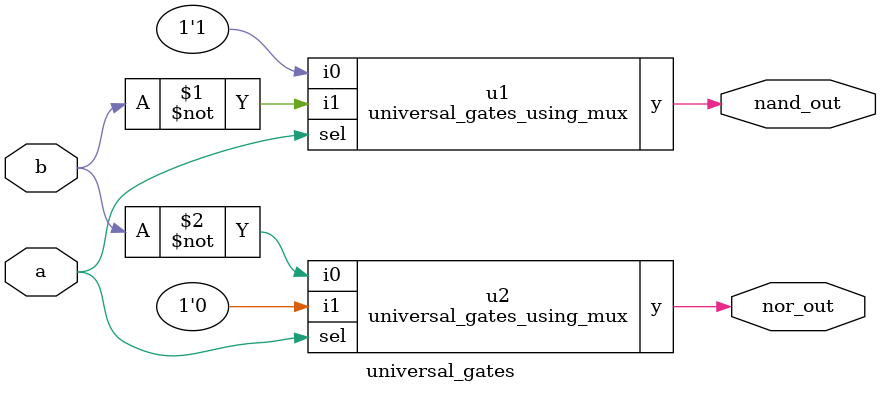
<source format=v>
`timescale 1ns / 1ps


module universal_gates_using_mux(
    input i0, i1,   
    input sel,       
    output y
    );
    assign y = sel ? i1 : i0;
endmodule

module universal_gates(
    input a, b,
    output nand_out, nor_out
    );


    universal_gates_using_mux u1(.i0(1'b1), .i1(~b), .sel(a), .y(nand_out));

    universal_gates_using_mux u2(.i0(~b), .i1(1'b0), .sel(a), .y(nor_out));

endmodule


</source>
